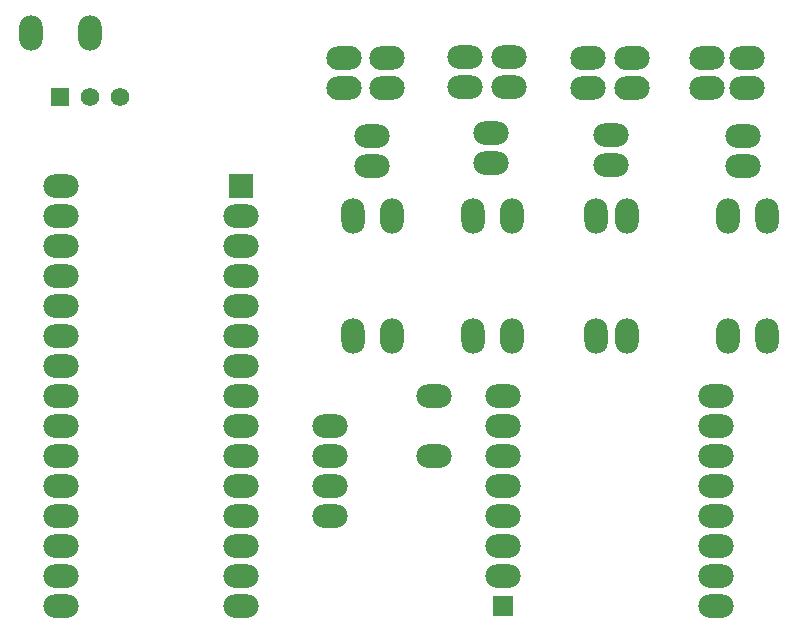
<source format=gbl>
G04 Layer: BottomLayer*
G04 EasyEDA v6.5.40, 2024-02-02 08:41:29*
G04 Gerber Generator version 0.2*
G04 Scale: 100 percent, Rotated: No, Reflected: No *
G04 Dimensions in millimeters *
G04 leading zeros omitted , absolute positions ,4 integer and 5 decimal *
%FSLAX45Y45*%
%MOMM*%

%AMMACRO1*1,1,$1,$2,$3*1,1,$1,$4,$5*20,1,$1,$2,$3,$4,$5,0*%
%ADD10O,2.999994X1.9999959999999999*%
%ADD11R,1.8000X1.8000*%
%ADD12MACRO1,2X-0.0174X0.4997X0.0174X-0.4997*%
%ADD13O,1.9999959999999999X2.999994*%
%ADD14MACRO1,2X-0.4997X-0.0174X0.4997X0.0174*%
%ADD15R,1.5748X1.5748*%
%ADD16C,1.5748*%
%ADD17R,2.0000X2.0000*%

%LPD*%
D10*
G01*
X6121405Y660417D03*
G01*
X6121405Y914392D03*
G01*
X6121405Y1168392D03*
G01*
X6121405Y1422392D03*
G01*
X6121405Y1676392D03*
G01*
X6121405Y1930392D03*
G01*
X6121405Y2184392D03*
G01*
X6121405Y2438392D03*
G01*
X4318005Y2438392D03*
G01*
X4318005Y2184392D03*
G01*
X4318005Y1930392D03*
G01*
X4318005Y1676392D03*
G01*
X4318005Y1422392D03*
G01*
X4318005Y1168392D03*
G01*
X4318005Y914392D03*
D11*
G01*
X4318005Y660392D03*
D12*
G01*
X3048005Y2946392D03*
G01*
X3048005Y3962392D03*
G01*
X5105405Y2946392D03*
G01*
X5105405Y3962392D03*
G01*
X6553205Y2946392D03*
G01*
X6553205Y3962392D03*
G01*
X4064005Y2946392D03*
G01*
X4064005Y3962392D03*
D13*
G01*
X3378205Y3962392D03*
G01*
X3378205Y2946392D03*
G01*
X5372105Y2946392D03*
G01*
X5372105Y3962392D03*
G01*
X6223005Y3962392D03*
G01*
X6223005Y2946392D03*
G01*
X4394205Y3962392D03*
G01*
X4394205Y2946392D03*
D10*
G01*
X3213105Y4635492D03*
G01*
X3213105Y4381492D03*
G01*
X5232405Y4648192D03*
G01*
X5232405Y4394192D03*
G01*
X6350005Y4381492D03*
G01*
X6350005Y4635492D03*
G01*
X4216405Y4660892D03*
G01*
X4216405Y4406892D03*
D14*
G01*
X3340105Y5295892D03*
G01*
X3340105Y5041892D03*
G01*
X5410205Y5295892D03*
G01*
X5410205Y5041892D03*
G01*
X6388105Y5295892D03*
G01*
X6388105Y5041892D03*
D10*
G01*
X4368805Y5308592D03*
G01*
X4368805Y5054592D03*
D15*
G01*
X571505Y4965692D03*
D16*
G01*
X825505Y4965717D03*
G01*
X1079505Y4965717D03*
D13*
G01*
X321061Y5511792D03*
G01*
X821949Y5511792D03*
D10*
G01*
X574908Y4213268D03*
G01*
X2098908Y3959268D03*
G01*
X2098908Y3451268D03*
G01*
X2098908Y2943268D03*
G01*
X2098908Y2435268D03*
G01*
X2098908Y1927268D03*
G01*
X2098908Y1419268D03*
G01*
X2098908Y911268D03*
G01*
X574908Y657268D03*
G01*
X574908Y1165268D03*
G01*
X574908Y1673268D03*
G01*
X574908Y2181268D03*
G01*
X574908Y2689268D03*
G01*
X574908Y3197268D03*
G01*
X574908Y3705268D03*
G01*
X574908Y3959268D03*
G01*
X574908Y3451268D03*
G01*
X574908Y2943268D03*
G01*
X574908Y2435268D03*
G01*
X574908Y1927268D03*
G01*
X574908Y1419268D03*
G01*
X574908Y911268D03*
G01*
X2098908Y657268D03*
G01*
X2098908Y1165268D03*
G01*
X2098908Y1673268D03*
G01*
X2098908Y2181268D03*
G01*
X2098908Y2689268D03*
G01*
X2098908Y3197268D03*
G01*
X2098908Y3705268D03*
D17*
G01*
X2098908Y4213268D03*
D10*
G01*
X4000505Y5308592D03*
G01*
X4000505Y5054592D03*
D14*
G01*
X5041905Y5295892D03*
G01*
X5041905Y5041892D03*
G01*
X6045205Y5295892D03*
G01*
X6045205Y5041892D03*
G01*
X2971805Y5295892D03*
G01*
X2971805Y5041892D03*
D10*
G01*
X2857505Y1422392D03*
G01*
X2857505Y2184392D03*
G01*
X2857505Y1930392D03*
G01*
X2857505Y1676392D03*
G01*
X3733805Y1930392D03*
G01*
X3733805Y2438392D03*
M02*

</source>
